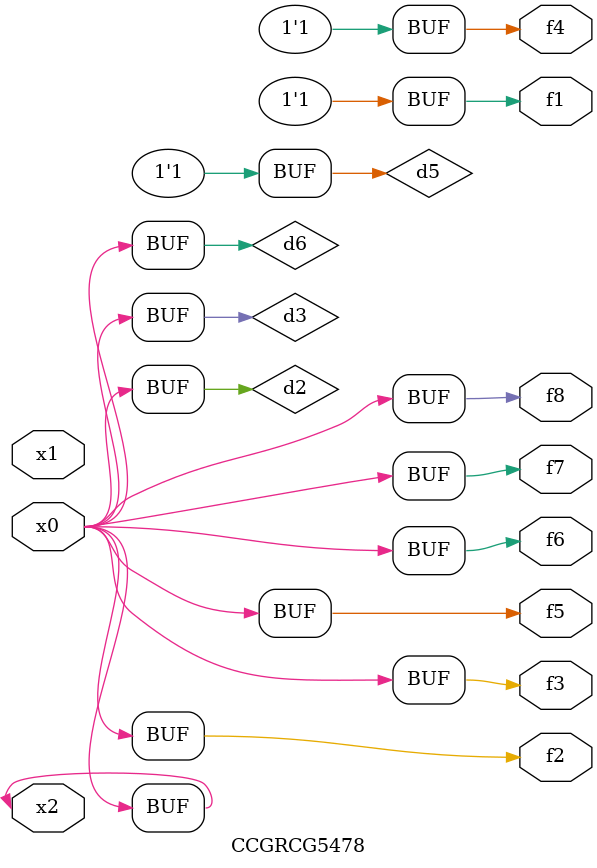
<source format=v>
module CCGRCG5478(
	input x0, x1, x2,
	output f1, f2, f3, f4, f5, f6, f7, f8
);

	wire d1, d2, d3, d4, d5, d6;

	xnor (d1, x2);
	buf (d2, x0, x2);
	and (d3, x0);
	xnor (d4, x1, x2);
	nand (d5, d1, d3);
	buf (d6, d2, d3);
	assign f1 = d5;
	assign f2 = d6;
	assign f3 = d6;
	assign f4 = d5;
	assign f5 = d6;
	assign f6 = d6;
	assign f7 = d6;
	assign f8 = d6;
endmodule

</source>
